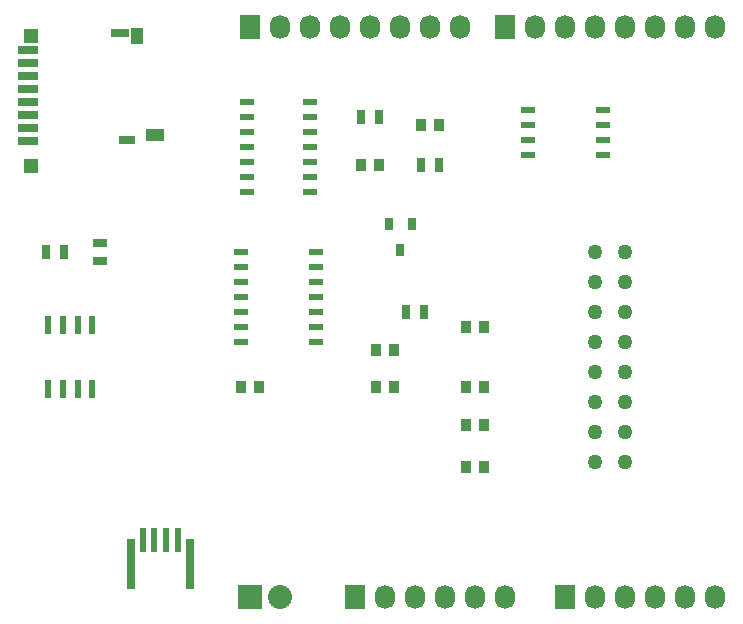
<source format=gts>
%FSLAX46Y46*%
G04 Gerber Fmt 4.6, Leading zero omitted, Abs format (unit mm)*
G04 Created by KiCad (PCBNEW (2014-08-05 BZR 5054)-product) date Thu 28 Aug 2014 10:01:32 PM PDT*
%MOMM*%
G01*
G04 APERTURE LIST*
%ADD10C,0.152400*%
%ADD11R,0.899160X1.000760*%
%ADD12R,0.600000X1.600000*%
%ADD13R,1.727200X2.032000*%
%ADD14O,1.727200X2.032000*%
%ADD15R,2.032000X2.032000*%
%ADD16O,2.032000X2.032000*%
%ADD17R,0.635000X1.143000*%
%ADD18R,1.143000X0.635000*%
%ADD19R,0.800100X1.000760*%
%ADD20R,1.143000X0.508000*%
%ADD21C,1.270000*%
%ADD22R,0.600000X2.000000*%
%ADD23R,0.700000X4.200000*%
%ADD24R,1.750000X0.700000*%
%ADD25R,1.300000X1.300000*%
%ADD26R,1.500000X0.800000*%
%ADD27R,1.400000X0.800000*%
%ADD28R,1.550000X1.000000*%
%ADD29R,1.000000X1.450000*%
G04 APERTURE END LIST*
D10*
D11*
X174741840Y-114300000D03*
X173238160Y-114300000D03*
X174741840Y-126111000D03*
X173238160Y-126111000D03*
X174741840Y-122555000D03*
X173238160Y-122555000D03*
X174741840Y-119380000D03*
X173238160Y-119380000D03*
X167121840Y-116205000D03*
X165618160Y-116205000D03*
X167121840Y-119380000D03*
X165618160Y-119380000D03*
X169428160Y-97155000D03*
X170931840Y-97155000D03*
X165851840Y-100584000D03*
X164348160Y-100584000D03*
X154188160Y-119380000D03*
X155691840Y-119380000D03*
D12*
X137825000Y-114140000D03*
X137825000Y-119540000D03*
X139075000Y-114140000D03*
X140325000Y-114140000D03*
X141575000Y-114140000D03*
X139075000Y-119540000D03*
X140325000Y-119540000D03*
X141575000Y-119540000D03*
D13*
X163830000Y-137160000D03*
D14*
X166370000Y-137160000D03*
X168910000Y-137160000D03*
X171450000Y-137160000D03*
X173990000Y-137160000D03*
X176530000Y-137160000D03*
D13*
X181610000Y-137160000D03*
D14*
X184150000Y-137160000D03*
X186690000Y-137160000D03*
X189230000Y-137160000D03*
X191770000Y-137160000D03*
X194310000Y-137160000D03*
D13*
X154940000Y-88900000D03*
D14*
X157480000Y-88900000D03*
X160020000Y-88900000D03*
X162560000Y-88900000D03*
X165100000Y-88900000D03*
X167640000Y-88900000D03*
X170180000Y-88900000D03*
X172720000Y-88900000D03*
D13*
X176530000Y-88900000D03*
D14*
X179070000Y-88900000D03*
X181610000Y-88900000D03*
X184150000Y-88900000D03*
X186690000Y-88900000D03*
X189230000Y-88900000D03*
X191770000Y-88900000D03*
X194310000Y-88900000D03*
D15*
X154940000Y-137160000D03*
D16*
X157480000Y-137160000D03*
D17*
X137668000Y-107950000D03*
X139192000Y-107950000D03*
D18*
X142240000Y-107188000D03*
X142240000Y-108712000D03*
D17*
X168148000Y-113030000D03*
X169672000Y-113030000D03*
X169418000Y-100584000D03*
X170942000Y-100584000D03*
X164338000Y-96520000D03*
X165862000Y-96520000D03*
D19*
X167640000Y-107779820D03*
X166687500Y-105580180D03*
X168592500Y-105580180D03*
D20*
X178435000Y-99695000D03*
X178435000Y-98425000D03*
X178435000Y-97155000D03*
X178435000Y-95885000D03*
X184785000Y-95885000D03*
X184785000Y-97155000D03*
X184785000Y-98425000D03*
X184785000Y-99695000D03*
X154686000Y-95250000D03*
X154686000Y-96520000D03*
X154686000Y-97790000D03*
X154686000Y-99060000D03*
X154686000Y-100330000D03*
X154686000Y-101600000D03*
X154686000Y-102870000D03*
X160020000Y-102870000D03*
X160020000Y-101600000D03*
X160020000Y-100330000D03*
X160020000Y-99060000D03*
X160020000Y-97790000D03*
X160020000Y-96520000D03*
X160020000Y-95250000D03*
X154178000Y-107950000D03*
X154178000Y-109220000D03*
X154178000Y-110490000D03*
X154178000Y-111760000D03*
X154178000Y-113030000D03*
X154178000Y-114300000D03*
X154178000Y-115570000D03*
X160528000Y-115570000D03*
X160528000Y-114300000D03*
X160528000Y-111760000D03*
X160528000Y-110490000D03*
X160528000Y-109220000D03*
X160528000Y-107950000D03*
X160528000Y-113030000D03*
D21*
X184150000Y-125730000D03*
X186690000Y-125730000D03*
X184150000Y-123190000D03*
X186690000Y-123190000D03*
X184150000Y-120650000D03*
X186690000Y-120650000D03*
X184150000Y-118110000D03*
X186690000Y-118110000D03*
X184150000Y-115570000D03*
X186690000Y-115570000D03*
X184150000Y-113030000D03*
X186690000Y-113030000D03*
X184150000Y-110490000D03*
X186690000Y-110490000D03*
X184150000Y-107950000D03*
X186690000Y-107950000D03*
D22*
X146820000Y-132350000D03*
X145820000Y-132350000D03*
X147820000Y-132350000D03*
X148820000Y-132350000D03*
D23*
X144820000Y-134350000D03*
X149820000Y-134350000D03*
D24*
X136120000Y-98530000D03*
X136120000Y-97430000D03*
X136120000Y-96330000D03*
X136120000Y-95230000D03*
X136120000Y-94130000D03*
X136120000Y-93030000D03*
X136120000Y-91930000D03*
X136120000Y-90830000D03*
D25*
X136345000Y-89630000D03*
X136345000Y-100680000D03*
D26*
X143900000Y-89380000D03*
D27*
X144470000Y-98480000D03*
D28*
X146870000Y-98030000D03*
D29*
X145370000Y-89680000D03*
M02*

</source>
